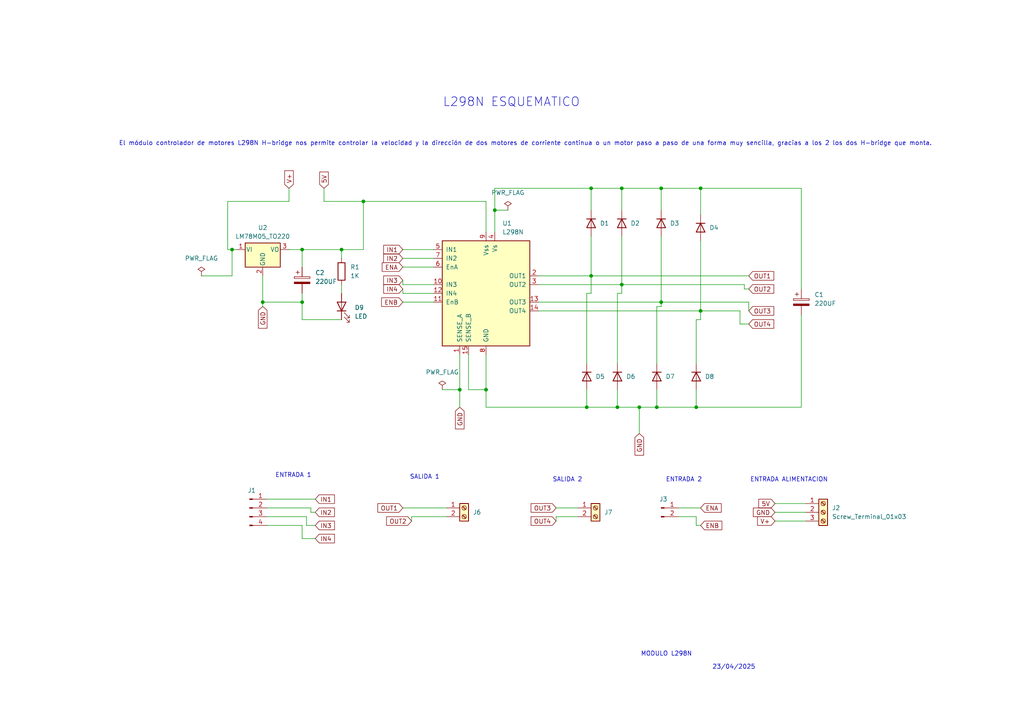
<source format=kicad_sch>
(kicad_sch (version 20231120) (generator "eeschema") (generator_version "8.0")
  (paper "A4")
  (lib_symbols
    (symbol "Connector:Conn_01x02_Pin" (pin_names (offset 1.016) hide)
      (property "Reference" "J" (at 0 2.54 0))
      (property "Value" "Conn_01x02_Pin" (at 0 -5.08 0))
      (symbol "Conn_01x02_Pin_1_1"
        (polyline (pts (xy 1.27 -2.54) (xy 0.8636 -2.54)) (stroke (width 0.1524)))
        (polyline (pts (xy 1.27 0) (xy 0.8636 0)) (stroke (width 0.1524)))
        (rectangle (start 0.8636 -2.413) (end 0 -2.667) (stroke (width 0.1524)) (fill (type outline)))
        (rectangle (start 0.8636 0.127) (end 0 -0.127) (stroke (width 0.1524)) (fill (type outline)))
        (pin passive line (at 5.08 0 180) (length 3.81) (name "Pin_1") (number "1"))
        (pin passive line (at 5.08 -2.54 180) (length 3.81) (name "Pin_2") (number "2"))
      )
    )
    (symbol "Connector:Conn_01x04_Pin" (pin_names (offset 1.016) hide)
      (property "Reference" "J" (at 0 5.08 0))
      (property "Value" "Conn_01x04_Pin" (at 0 -7.62 0))
      (symbol "Conn_01x04_Pin_1_1"
        (polyline (pts (xy 1.27 -5.08) (xy 0.8636 -5.08)) (stroke (width 0.1524)))
        (polyline (pts (xy 1.27 -2.54) (xy 0.8636 -2.54)) (stroke (width 0.1524)))
        (polyline (pts (xy 1.27 0) (xy 0.8636 0)) (stroke (width 0.1524)))
        (polyline (pts (xy 1.27 2.54) (xy 0.8636 2.54)) (stroke (width 0.1524)))
        (rectangle (start 0.8636 -4.953) (end 0 -5.207) (stroke (width 0.1524)) (fill (type outline)))
        (rectangle (start 0.8636 -2.413) (end 0 -2.667) (stroke (width 0.1524)) (fill (type outline)))
        (rectangle (start 0.8636 0.127) (end 0 -0.127) (stroke (width 0.1524)) (fill (type outline)))
        (rectangle (start 0.8636 2.667) (end 0 2.413) (stroke (width 0.1524)) (fill (type outline)))
        (pin passive line (at 5.08 2.54 180) (length 3.81) (name "Pin_1") (number "1"))
        (pin passive line (at 5.08 0 180) (length 3.81) (name "Pin_2") (number "2"))
        (pin passive line (at 5.08 -2.54 180) (length 3.81) (name "Pin_3") (number "3"))
        (pin passive line (at 5.08 -5.08 180) (length 3.81) (name "Pin_4") (number "4"))
      )
    )
    (symbol "Connector:Screw_Terminal_01x02" (pin_names (offset 1.016) hide)
      (property "Reference" "J" (at 0 2.54 0))
      (property "Value" "Screw_Terminal_01x02" (at 0 -5.08 0))
      (symbol "Screw_Terminal_01x02_1_1"
        (rectangle (start -1.27 1.27) (end 1.27 -3.81) (stroke (width 0.254)) (fill (type background)))
        (circle (center 0 -2.54) (radius 0.635) (stroke (width 0.1524)))
        (polyline (pts (xy -0.5334 -2.2098) (xy 0.3302 -3.048)) (stroke (width 0.1524)))
        (polyline (pts (xy -0.5334 0.3302) (xy 0.3302 -0.508)) (stroke (width 0.1524)))
        (polyline (pts (xy -0.3556 -2.032) (xy 0.508 -2.8702)) (stroke (width 0.1524)))
        (polyline (pts (xy -0.3556 0.508) (xy 0.508 -0.3302)) (stroke (width 0.1524)))
        (circle (center 0 0) (radius 0.635) (stroke (width 0.1524)))
        (pin passive line (at -5.08 0 0) (length 3.81) (name "Pin_1") (number "1"))
        (pin passive line (at -5.08 -2.54 0) (length 3.81) (name "Pin_2") (number "2"))
      )
    )
    (symbol "Connector:Screw_Terminal_01x03" (pin_names (offset 1.016) hide)
      (property "Reference" "J" (at 0 5.08 0))
      (property "Value" "Screw_Terminal_01x03" (at 0 -5.08 0))
      (symbol "Screw_Terminal_01x03_1_1"
        (rectangle (start -1.27 3.81) (end 1.27 -3.81) (stroke (width 0.254)) (fill (type background)))
        (circle (center 0 -2.54) (radius 0.635) (stroke (width 0.1524)))
        (polyline (pts (xy -0.5334 -2.2098) (xy 0.3302 -3.048)) (stroke (width 0.1524)))
        (polyline (pts (xy -0.5334 0.3302) (xy 0.3302 -0.508)) (stroke (width 0.1524)))
        (polyline (pts (xy -0.5334 2.8702) (xy 0.3302 2.032)) (stroke (width 0.1524)))
        (polyline (pts (xy -0.3556 -2.032) (xy 0.508 -2.8702)) (stroke (width 0.1524)))
        (polyline (pts (xy -0.3556 0.508) (xy 0.508 -0.3302)) (stroke (width 0.1524)))
        (polyline (pts (xy -0.3556 3.048) (xy 0.508 2.2098)) (stroke (width 0.1524)))
        (circle (center 0 0) (radius 0.635) (stroke (width 0.1524)))
        (circle (center 0 2.54) (radius 0.635) (stroke (width 0.1524)))
        (pin passive line (at -5.08 2.54 0) (length 3.81) (name "Pin_1") (number "1"))
        (pin passive line (at -5.08 0 0) (length 3.81) (name "Pin_2") (number "2"))
        (pin passive line (at -5.08 -2.54 0) (length 3.81) (name "Pin_3") (number "3"))
      )
    )
    (symbol "Device:C_Polarized" (pin_numbers hide) (pin_names (offset 0.254))
      (property "Reference" "C" (at 0.635 2.54 0))
      (property "Value" "C_Polarized" (at 0.635 -2.54 0))
      (symbol "C_Polarized_0_1"
        (rectangle (start -2.286 0.508) (end 2.286 1.016))
        (polyline (pts (xy -1.778 2.286) (xy -0.762 2.286)))
        (polyline (pts (xy -1.27 2.794) (xy -1.27 1.778)))
        (rectangle (start 2.286 -0.508) (end -2.286 -1.016) (fill (type outline)))
      )
      (symbol "C_Polarized_1_1"
        (pin passive line (at 0 3.81 270) (length 2.794) (name "~") (number "1"))
        (pin passive line (at 0 -3.81 90) (length 2.794) (name "~") (number "2"))
      )
    )
    (symbol "Device:LED" (pin_numbers hide) (pin_names (offset 1.016) hide)
      (property "Reference" "D" (at 0 2.54 0))
      (property "Value" "LED" (at 0 -2.54 0))
      (symbol "LED_0_1"
        (polyline (pts (xy -1.27 -1.27) (xy -1.27 1.27)) (stroke (width 0.254)))
        (polyline (pts (xy -1.27 0) (xy 1.27 0)))
        (polyline (pts (xy 1.27 -1.27) (xy 1.27 1.27) (xy -1.27 0) (xy 1.27 -1.27)) (stroke (width 0.254)))
        (polyline (pts (xy -3.048 -0.762) (xy -4.572 -2.286) (xy -3.81 -2.286) (xy -4.572 -2.286) (xy -4.572 -1.524)))
        (polyline (pts (xy -1.778 -0.762) (xy -3.302 -2.286) (xy -2.54 -2.286) (xy -3.302 -2.286) (xy -3.302 -1.524)))
      )
      (symbol "LED_1_1"
        (pin passive line (at -3.81 0 0) (length 2.54) (name "K") (number "1"))
        (pin passive line (at 3.81 0 180) (length 2.54) (name "A") (number "2"))
      )
    )
    (symbol "Device:R" (pin_numbers hide) (pin_names (offset 0))
      (property "Reference" "R" (at 2.032 0 90))
      (property "Value" "R" (at 0 0 90))
      (symbol "R_0_1"
        (rectangle (start -1.016 -2.54) (end 1.016 2.54) (stroke (width 0.254)))
      )
      (symbol "R_1_1"
        (pin passive line (at 0 3.81 270) (length 1.27) (name "~") (number "1"))
        (pin passive line (at 0 -3.81 90) (length 1.27) (name "~") (number "2"))
      )
    )
    (symbol "Diode:1N4007" (pin_numbers hide) (pin_names hide)
      (property "Reference" "D" (at 0 2.54 0))
      (property "Value" "1N4007" (at 0 -2.54 0))
      (symbol "1N4007_0_1"
        (polyline (pts (xy -1.27 1.27) (xy -1.27 -1.27)) (stroke (width 0.254)))
        (polyline (pts (xy 1.27 0) (xy -1.27 0)))
        (polyline (pts (xy 1.27 1.27) (xy 1.27 -1.27) (xy -1.27 0) (xy 1.27 1.27)) (stroke (width 0.254)))
      )
      (symbol "1N4007_1_1"
        (pin passive line (at -3.81 0 0) (length 2.54) (name "K") (number "1"))
        (pin passive line (at 3.81 0 180) (length 2.54) (name "A") (number "2"))
      )
    )
    (symbol "Driver_Motor:L298N" (pin_names (offset 1.016))
      (property "Reference" "U" (at -10.16 16.51 0))
      (property "Value" "L298N" (at 12.7 16.51 0))
      (symbol "L298N_0_1"
        (rectangle (start -12.7 15.24) (end 12.7 -15.24) (stroke (width 0.254)) (fill (type background)))
      )
      (symbol "L298N_1_1"
        (pin power_in line (at -7.62 -17.78 90) (length 2.54) (name "SENSE_A") (number "1"))
        (pin input line (at -15.24 2.54 0) (length 2.54) (name "IN3") (number "10"))
        (pin input line (at -15.24 -2.54 0) (length 2.54) (name "EnB") (number "11"))
        (pin input line (at -15.24 0 0) (length 2.54) (name "IN4") (number "12"))
        (pin output line (at 15.24 -2.54 180) (length 2.54) (name "OUT3") (number "13"))
        (pin output line (at 15.24 -5.08 180) (length 2.54) (name "OUT4") (number "14"))
        (pin power_in line (at -5.08 -17.78 90) (length 2.54) (name "SENSE_B") (number "15"))
        (pin output line (at 15.24 5.08 180) (length 2.54) (name "OUT1") (number "2"))
        (pin output line (at 15.24 2.54 180) (length 2.54) (name "OUT2") (number "3"))
        (pin power_in line (at 2.54 17.78 270) (length 2.54) (name "Vs") (number "4"))
        (pin input line (at -15.24 12.7 0) (length 2.54) (name "IN1") (number "5"))
        (pin input line (at -15.24 7.62 0) (length 2.54) (name "EnA") (number "6"))
        (pin input line (at -15.24 10.16 0) (length 2.54) (name "IN2") (number "7"))
        (pin power_in line (at 0 -17.78 90) (length 2.54) (name "GND") (number "8"))
        (pin power_in line (at 0 17.78 270) (length 2.54) (name "Vss") (number "9"))
      )
    )
    (symbol "Regulator_Linear:LM78M05_TO220" (pin_names (offset 0.254))
      (property "Reference" "U" (at -3.81 3.175 0))
      (property "Value" "LM78M05_TO220" (at 0 3.175 0))
      (symbol "LM78M05_TO220_0_1"
        (rectangle (start -5.08 1.905) (end 5.08 -5.08) (stroke (width 0.254)) (fill (type background)))
      )
      (symbol "LM78M05_TO220_1_1"
        (pin power_in line (at -7.62 0 0) (length 2.54) (name "VI") (number "1"))
        (pin power_in line (at 0 -7.62 90) (length 2.54) (name "GND") (number "2"))
        (pin power_out line (at 7.62 0 180) (length 2.54) (name "VO") (number "3"))
      )
    )
    (symbol "power:PWR_FLAG" (power) (pin_numbers hide) (pin_names (offset 0) hide)
      (property "Value" "PWR_FLAG" (at 0 3.81 0))
      (symbol "PWR_FLAG_0_0"
        (pin power_out line (at 0 0 90) (length 0) (name "~") (number "1"))
      )
      (symbol "PWR_FLAG_0_1"
        (polyline (pts (xy 0 0) (xy 0 1.27) (xy -1.016 1.905) (xy 0 2.54) (xy 1.016 1.905) (xy 0 1.27)))
      )
    )
  )
  (junction (at 133.35 113.03))
  (junction (at 185.42 118.11))
  (junction (at 191.77 54.61))
  (junction (at 140.97 113.03))
  (junction (at 203.2 54.61))
  (junction (at 179.07 118.11))
  (junction (at 171.45 54.61))
  (junction (at 190.5 118.11))
  (junction (at 105.41 58.42))
  (junction (at 201.93 118.11))
  (junction (at 180.34 54.61))
  (junction (at 99.06 72.39))
  (junction (at 180.34 82.55))
  (junction (at 76.2 87.63))
  (junction (at 203.2 90.17))
  (junction (at 143.51 60.96))
  (junction (at 170.18 118.11))
  (junction (at 87.63 87.63))
  (junction (at 87.63 72.39))
  (junction (at 191.77 87.63))
  (junction (at 171.45 80.01))
  (junction (at 67.31 72.39))
  (wire (pts (xy 232.41 83.82) (xy 232.41 54.61)))
  (wire (pts (xy 105.41 72.39) (xy 105.41 58.42)))
  (wire (pts (xy 180.34 68.58) (xy 180.34 82.55)))
  (wire (pts (xy 191.77 87.63) (xy 217.17 87.63)))
  (wire (pts (xy 201.93 105.41) (xy 201.93 92.71)))
  (wire (pts (xy 125.73 82.55) (xy 116.84 82.55)))
  (wire (pts (xy 201.93 152.4) (xy 203.2 152.4)))
  (wire (pts (xy 140.97 67.31) (xy 140.97 58.42)))
  (wire (pts (xy 201.93 118.11) (xy 201.93 113.03)))
  (wire (pts (xy 140.97 113.03) (xy 135.89 113.03)))
  (wire (pts (xy 224.79 148.59) (xy 233.68 148.59)))
  (wire (pts (xy 190.5 113.03) (xy 190.5 118.11)))
  (wire (pts (xy 215.9 83.82) (xy 217.17 83.82)))
  (wire (pts (xy 88.9 149.86) (xy 88.9 152.4)))
  (wire (pts (xy 191.77 54.61) (xy 191.77 60.96)))
  (wire (pts (xy 76.2 80.01) (xy 76.2 87.63)))
  (wire (pts (xy 156.21 90.17) (xy 203.2 90.17)))
  (wire (pts (xy 116.84 72.39) (xy 125.73 72.39)))
  (wire (pts (xy 190.5 105.41) (xy 190.5 88.9)))
  (wire (pts (xy 58.42 80.01) (xy 67.31 80.01)))
  (wire (pts (xy 87.63 152.4) (xy 87.63 156.21)))
  (wire (pts (xy 119.38 149.86) (xy 119.38 151.13)))
  (wire (pts (xy 66.04 72.39) (xy 67.31 72.39)))
  (wire (pts (xy 171.45 54.61) (xy 171.45 60.96)))
  (wire (pts (xy 170.18 85.09) (xy 171.45 85.09)))
  (wire (pts (xy 232.41 118.11) (xy 201.93 118.11)))
  (wire (pts (xy 185.42 118.11) (xy 185.42 125.73)))
  (wire (pts (xy 140.97 118.11) (xy 140.97 113.03)))
  (wire (pts (xy 179.07 118.11) (xy 185.42 118.11)))
  (wire (pts (xy 87.63 92.71) (xy 87.63 87.63)))
  (wire (pts (xy 66.04 58.42) (xy 66.04 72.39)))
  (wire (pts (xy 201.93 92.71) (xy 203.2 92.71)))
  (wire (pts (xy 170.18 105.41) (xy 170.18 85.09)))
  (wire (pts (xy 105.41 58.42) (xy 93.98 58.42)))
  (wire (pts (xy 224.79 146.05) (xy 233.68 146.05)))
  (wire (pts (xy 87.63 72.39) (xy 87.63 77.47)))
  (wire (pts (xy 232.41 54.61) (xy 203.2 54.61)))
  (wire (pts (xy 90.17 148.59) (xy 91.44 148.59)))
  (wire (pts (xy 201.93 149.86) (xy 201.93 152.4)))
  (wire (pts (xy 99.06 92.71) (xy 87.63 92.71)))
  (wire (pts (xy 88.9 152.4) (xy 91.44 152.4)))
  (wire (pts (xy 76.2 87.63) (xy 76.2 88.9)))
  (wire (pts (xy 203.2 54.61) (xy 203.2 62.23)))
  (wire (pts (xy 143.51 54.61) (xy 171.45 54.61)))
  (wire (pts (xy 179.07 85.09) (xy 180.34 85.09)))
  (wire (pts (xy 143.51 54.61) (xy 143.51 60.96)))
  (wire (pts (xy 99.06 72.39) (xy 99.06 74.93)))
  (wire (pts (xy 77.47 144.78) (xy 91.44 144.78)))
  (wire (pts (xy 203.2 92.71) (xy 203.2 90.17)))
  (wire (pts (xy 156.21 82.55) (xy 180.34 82.55)))
  (wire (pts (xy 66.04 58.42) (xy 83.82 58.42)))
  (wire (pts (xy 171.45 54.61) (xy 180.34 54.61)))
  (wire (pts (xy 171.45 80.01) (xy 217.17 80.01)))
  (wire (pts (xy 116.84 85.09) (xy 116.84 83.82)))
  (wire (pts (xy 156.21 87.63) (xy 191.77 87.63)))
  (wire (pts (xy 147.32 60.96) (xy 143.51 60.96)))
  (wire (pts (xy 116.84 77.47) (xy 125.73 77.47)))
  (wire (pts (xy 180.34 54.61) (xy 180.34 60.96)))
  (wire (pts (xy 215.9 82.55) (xy 215.9 83.82)))
  (wire (pts (xy 83.82 72.39) (xy 87.63 72.39)))
  (wire (pts (xy 180.34 85.09) (xy 180.34 82.55)))
  (wire (pts (xy 170.18 118.11) (xy 179.07 118.11)))
  (wire (pts (xy 87.63 85.09) (xy 87.63 87.63)))
  (wire (pts (xy 179.07 113.03) (xy 179.07 118.11)))
  (wire (pts (xy 133.35 113.03) (xy 133.35 118.11)))
  (wire (pts (xy 99.06 72.39) (xy 105.41 72.39)))
  (wire (pts (xy 217.17 87.63) (xy 217.17 90.17)))
  (wire (pts (xy 83.82 58.42) (xy 83.82 54.61)))
  (wire (pts (xy 196.85 147.32) (xy 203.2 147.32)))
  (wire (pts (xy 140.97 58.42) (xy 105.41 58.42)))
  (wire (pts (xy 196.85 149.86) (xy 201.93 149.86)))
  (wire (pts (xy 99.06 82.55) (xy 99.06 85.09)))
  (wire (pts (xy 171.45 68.58) (xy 171.45 80.01)))
  (wire (pts (xy 170.18 113.03) (xy 170.18 118.11)))
  (wire (pts (xy 93.98 54.61) (xy 93.98 58.42)))
  (wire (pts (xy 116.84 82.55) (xy 116.84 81.28)))
  (wire (pts (xy 116.84 74.93) (xy 125.73 74.93)))
  (wire (pts (xy 125.73 85.09) (xy 116.84 85.09)))
  (wire (pts (xy 87.63 72.39) (xy 99.06 72.39)))
  (wire (pts (xy 161.29 147.32) (xy 167.64 147.32)))
  (wire (pts (xy 77.47 152.4) (xy 87.63 152.4)))
  (wire (pts (xy 135.89 102.87) (xy 135.89 113.03)))
  (wire (pts (xy 180.34 82.55) (xy 215.9 82.55)))
  (wire (pts (xy 171.45 85.09) (xy 171.45 80.01)))
  (wire (pts (xy 232.41 91.44) (xy 232.41 118.11)))
  (wire (pts (xy 77.47 149.86) (xy 88.9 149.86)))
  (wire (pts (xy 203.2 90.17) (xy 214.63 90.17)))
  (wire (pts (xy 133.35 102.87) (xy 133.35 113.03)))
  (wire (pts (xy 185.42 118.11) (xy 190.5 118.11)))
  (wire (pts (xy 87.63 87.63) (xy 76.2 87.63)))
  (wire (pts (xy 161.29 149.86) (xy 161.29 151.13)))
  (wire (pts (xy 140.97 102.87) (xy 140.97 113.03)))
  (wire (pts (xy 214.63 90.17) (xy 214.63 93.98)))
  (wire (pts (xy 129.54 149.86) (xy 119.38 149.86)))
  (wire (pts (xy 180.34 54.61) (xy 191.77 54.61)))
  (wire (pts (xy 77.47 147.32) (xy 90.17 147.32)))
  (wire (pts (xy 170.18 118.11) (xy 140.97 118.11)))
  (wire (pts (xy 190.5 88.9) (xy 191.77 88.9)))
  (wire (pts (xy 90.17 147.32) (xy 90.17 148.59)))
  (wire (pts (xy 190.5 118.11) (xy 201.93 118.11)))
  (wire (pts (xy 191.77 54.61) (xy 203.2 54.61)))
  (wire (pts (xy 191.77 68.58) (xy 191.77 87.63)))
  (wire (pts (xy 87.63 156.21) (xy 91.44 156.21)))
  (wire (pts (xy 67.31 72.39) (xy 68.58 72.39)))
  (wire (pts (xy 224.79 151.13) (xy 233.68 151.13)))
  (wire (pts (xy 116.84 147.32) (xy 129.54 147.32)))
  (wire (pts (xy 156.21 80.01) (xy 171.45 80.01)))
  (wire (pts (xy 179.07 105.41) (xy 179.07 85.09)))
  (wire (pts (xy 203.2 69.85) (xy 203.2 90.17)))
  (wire (pts (xy 116.84 87.63) (xy 125.73 87.63)))
  (wire (pts (xy 128.27 113.03) (xy 133.35 113.03)))
  (wire (pts (xy 67.31 80.01) (xy 67.31 72.39)))
  (wire (pts (xy 167.64 149.86) (xy 161.29 149.86)))
  (wire (pts (xy 191.77 88.9) (xy 191.77 87.63)))
  (wire (pts (xy 143.51 60.96) (xy 143.51 67.31)))
  (wire (pts (xy 214.63 93.98) (xy 217.17 93.98)))
  (text "L298N ESQUEMATICO\n" (at 148.336 29.718 0) (effects (font (size 2.54 2.54))))
  (text "23/04/2025\n" (at 212.852 193.548 0) (effects (font (size 1.27 1.27))))
  (text "MODULO L298N\n" (at 193.294 189.738 0) (effects (font (size 1.27 1.27))))
  (text "El módulo controlador de motores L298N H-bridge nos permite controlar la velocidad y la dirección de dos motores de corriente continua o un motor paso a paso de una forma muy sencilla, gracias a los 2 los dos H-bridge que monta." (at 152.4 41.656 0) (effects (font (size 1.27 1.27))))
  (text "SALIDA 1\n" (at 123.19 138.43 0) (effects (font (size 1.27 1.27))))
  (text "ENTRADA ALIMENTACION\n" (at 228.854 139.192 0) (effects (font (size 1.27 1.27))))
  (text "ENTRADA 1\n" (at 85.09 137.922 0) (effects (font (size 1.27 1.27))))
  (text "SALIDA 2\n" (at 164.592 139.192 0) (effects (font (size 1.27 1.27))))
  (text "ENTRADA 2\n" (at 198.374 139.192 0) (effects (font (size 1.27 1.27))))
  (global_label "IN3" (shape input) (at 91.44 152.4 0) (property "Intersheetrefs" "${INTERSHEET_REFS}" (effects (hide yes))))
  (global_label "GND" (shape input) (at 185.42 125.73 270) (property "Intersheetrefs" "${INTERSHEET_REFS}" (effects (hide yes))))
  (global_label "GND" (shape input) (at 76.2 88.9 270) (property "Intersheetrefs" "${INTERSHEET_REFS}" (effects (hide yes))))
  (global_label "GND" (shape input) (at 133.35 118.11 270) (property "Intersheetrefs" "${INTERSHEET_REFS}" (effects (hide yes))))
  (global_label "OUT4" (shape input) (at 217.17 93.98 0) (property "Intersheetrefs" "${INTERSHEET_REFS}" (effects (hide yes))))
  (global_label "ENB" (shape input) (at 116.84 87.63 180) (property "Intersheetrefs" "${INTERSHEET_REFS}" (effects (hide yes))))
  (global_label "IN3" (shape input) (at 116.84 81.28 180) (property "Intersheetrefs" "${INTERSHEET_REFS}" (effects (hide yes))))
  (global_label "IN4" (shape input) (at 91.44 156.21 0) (property "Intersheetrefs" "${INTERSHEET_REFS}" (effects (hide yes))))
  (global_label "IN2" (shape input) (at 116.84 74.93 180) (property "Intersheetrefs" "${INTERSHEET_REFS}" (effects (hide yes))))
  (global_label "OUT2" (shape input) (at 119.38 151.13 180) (property "Intersheetrefs" "${INTERSHEET_REFS}" (effects (hide yes))))
  (global_label "ENB" (shape input) (at 203.2 152.4 0) (property "Intersheetrefs" "${INTERSHEET_REFS}" (effects (hide yes))))
  (global_label "ENA" (shape input) (at 203.2 147.32 0) (property "Intersheetrefs" "${INTERSHEET_REFS}" (effects (hide yes))))
  (global_label "OUT1" (shape input) (at 217.17 80.01 0) (property "Intersheetrefs" "${INTERSHEET_REFS}" (effects (hide yes))))
  (global_label "GND" (shape input) (at 224.79 148.59 180) (property "Intersheetrefs" "${INTERSHEET_REFS}" (effects (hide yes))))
  (global_label "OUT2" (shape input) (at 217.17 83.82 0) (property "Intersheetrefs" "${INTERSHEET_REFS}" (effects (hide yes))))
  (global_label "OUT4" (shape input) (at 161.29 151.13 180) (property "Intersheetrefs" "${INTERSHEET_REFS}" (effects (hide yes))))
  (global_label "IN2" (shape input) (at 91.44 148.59 0) (property "Intersheetrefs" "${INTERSHEET_REFS}" (effects (hide yes))))
  (global_label "5V" (shape input) (at 93.98 54.61 90) (property "Intersheetrefs" "${INTERSHEET_REFS}" (effects (hide yes))))
  (global_label "5V" (shape input) (at 224.79 146.05 180) (property "Intersheetrefs" "${INTERSHEET_REFS}" (effects (hide yes))))
  (global_label "V+" (shape input) (at 224.79 151.13 180) (property "Intersheetrefs" "${INTERSHEET_REFS}" (effects (hide yes))))
  (global_label "IN4" (shape input) (at 116.84 83.82 180) (property "Intersheetrefs" "${INTERSHEET_REFS}" (effects (hide yes))))
  (global_label "OUT3" (shape input) (at 161.29 147.32 180) (property "Intersheetrefs" "${INTERSHEET_REFS}" (effects (hide yes))))
  (global_label "V+" (shape input) (at 83.82 54.61 90) (property "Intersheetrefs" "${INTERSHEET_REFS}" (effects (hide yes))))
  (global_label "OUT3" (shape input) (at 217.17 90.17 0) (property "Intersheetrefs" "${INTERSHEET_REFS}" (effects (hide yes))))
  (global_label "IN1" (shape input) (at 91.44 144.78 0) (property "Intersheetrefs" "${INTERSHEET_REFS}" (effects (hide yes))))
  (global_label "ENA" (shape input) (at 116.84 77.47 180) (property "Intersheetrefs" "${INTERSHEET_REFS}" (effects (hide yes))))
  (global_label "OUT1" (shape input) (at 116.84 147.32 180) (property "Intersheetrefs" "${INTERSHEET_REFS}" (effects (hide yes))))
  (global_label "IN1" (shape input) (at 116.84 72.39 180) (property "Intersheetrefs" "${INTERSHEET_REFS}" (effects (hide yes))))
  (symbol (lib_id "Connector:Screw_Terminal_01x03") (at 238.76 148.59 0) (unit 1)
    (property "Reference" "J2" (at 241.3 147.3199 0) (effects (justify left)))
    (property "Value" "Screw_Terminal_01x03" (at 241.3 149.8599 0) (effects (justify left)))
    (property "Footprint" "TerminalBlock:TerminalBlock_bornier-3_P5.08mm" (effects (hide yes)))
    (property "Description" "Generic screw terminal, single row, 01x03, script generated (kicad-library-utils/schlib/autogen/connector/)" (effects (hide yes)))
  )
  (symbol (lib_id "power:PWR_FLAG") (at 147.32 60.96 0) (unit 1)
    (property "Reference" "#FLG03" (effects (hide yes)))
    (property "Value" "PWR_FLAG" (at 147.32 55.88 0))
    (property "Description" "Special symbol for telling ERC where power comes from" (effects (hide yes)))
  )
  (symbol (lib_id "Diode:1N4007") (at 203.2 66.04 270) (unit 1)
    (property "Reference" "D4" (at 205.74 66.0399 90) (effects (justify left)))
    (property "Value" "1N4007" (effects (hide yes)))
    (property "Footprint" "Diode_THT:D_DO-41_SOD81_P10.16mm_Horizontal" (effects (hide yes)))
    (property "Datasheet" "http://www.vishay.com/docs/88503/1n4001.pdf" (effects (hide yes)))
    (property "Description" "1000V 1A General Purpose Rectifier Diode, DO-41" (effects (hide yes)))
    (property "Sim.Device" "D" (effects (hide yes)))
    (property "Sim.Pins" "1=K 2=A" (effects (hide yes)))
  )
  (symbol (lib_id "Connector:Screw_Terminal_01x02") (at 134.62 147.32 0) (unit 1)
    (property "Reference" "J6" (at 137.16 148.5899 0) (effects (justify left)))
    (property "Value" "SALIDA 1" (effects (hide yes)))
    (property "Footprint" "TerminalBlock:TerminalBlock_bornier-2_P5.08mm" (effects (hide yes)))
    (property "Description" "Generic screw terminal, single row, 01x02, script generated (kicad-library-utils/schlib/autogen/connector/)" (effects (hide yes)))
  )
  (symbol (lib_id "power:PWR_FLAG") (at 128.27 113.03 0) (unit 1)
    (property "Reference" "#FLG01" (effects (hide yes)))
    (property "Value" "PWR_FLAG" (at 128.27 107.95 0))
    (property "Description" "Special symbol for telling ERC where power comes from" (effects (hide yes)))
  )
  (symbol (lib_id "Diode:1N4007") (at 170.18 109.22 270) (unit 1)
    (property "Reference" "D5" (at 172.72 109.2199 90) (effects (justify left)))
    (property "Value" "1N4007" (effects (hide yes)))
    (property "Footprint" "Diode_THT:D_DO-41_SOD81_P10.16mm_Horizontal" (effects (hide yes)))
    (property "Datasheet" "http://www.vishay.com/docs/88503/1n4001.pdf" (effects (hide yes)))
    (property "Description" "1000V 1A General Purpose Rectifier Diode, DO-41" (effects (hide yes)))
    (property "Sim.Device" "D" (effects (hide yes)))
    (property "Sim.Pins" "1=K 2=A" (effects (hide yes)))
  )
  (symbol (lib_id "Connector:Conn_01x02_Pin") (at 191.77 147.32 0) (unit 1)
    (property "Reference" "J3" (at 192.405 144.78 0))
    (property "Value" "Conn_01x02_Pin" (effects (hide yes)))
    (property "Footprint" "Connector_PinHeader_2.54mm:PinHeader_1x02_P2.54mm_Vertical" (effects (hide yes)))
    (property "Description" "Generic connector, single row, 01x02, script generated" (effects (hide yes)))
  )
  (symbol (lib_id "Diode:1N4007") (at 179.07 109.22 270) (unit 1)
    (property "Reference" "D6" (at 181.61 109.2199 90) (effects (justify left)))
    (property "Value" "1N4007" (effects (hide yes)))
    (property "Footprint" "Diode_THT:D_DO-41_SOD81_P10.16mm_Horizontal" (effects (hide yes)))
    (property "Datasheet" "http://www.vishay.com/docs/88503/1n4001.pdf" (effects (hide yes)))
    (property "Description" "1000V 1A General Purpose Rectifier Diode, DO-41" (effects (hide yes)))
    (property "Sim.Device" "D" (effects (hide yes)))
    (property "Sim.Pins" "1=K 2=A" (effects (hide yes)))
  )
  (symbol (lib_id "Connector:Screw_Terminal_01x02") (at 172.72 147.32 0) (unit 1)
    (property "Reference" "J7" (at 175.26 148.5899 0) (effects (justify left)))
    (property "Value" "SALIDA 2" (effects (hide yes)))
    (property "Footprint" "TerminalBlock:TerminalBlock_bornier-2_P5.08mm" (effects (hide yes)))
    (property "Description" "Generic screw terminal, single row, 01x02, script generated (kicad-library-utils/schlib/autogen/connector/)" (effects (hide yes)))
  )
  (symbol (lib_id "power:PWR_FLAG") (at 58.42 80.01 0) (unit 1)
    (property "Reference" "#FLG02" (effects (hide yes)))
    (property "Value" "PWR_FLAG" (at 58.42 74.93 0))
    (property "Description" "Special symbol for telling ERC where power comes from" (effects (hide yes)))
  )
  (symbol (lib_id "Diode:1N4007") (at 190.5 109.22 270) (unit 1)
    (property "Reference" "D7" (at 193.04 109.2199 90) (effects (justify left)))
    (property "Value" "1N4007" (effects (hide yes)))
    (property "Footprint" "Diode_THT:D_DO-41_SOD81_P10.16mm_Horizontal" (effects (hide yes)))
    (property "Datasheet" "http://www.vishay.com/docs/88503/1n4001.pdf" (effects (hide yes)))
    (property "Description" "1000V 1A General Purpose Rectifier Diode, DO-41" (effects (hide yes)))
    (property "Sim.Device" "D" (effects (hide yes)))
    (property "Sim.Pins" "1=K 2=A" (effects (hide yes)))
  )
  (symbol (lib_id "Device:R") (at 99.06 78.74 0) (unit 1)
    (property "Reference" "R1" (at 101.6 77.4699 0) (effects (justify left)))
    (property "Value" "1K" (at 101.6 80.0099 0) (effects (justify left)))
    (property "Footprint" "Resistor_THT:R_Axial_DIN0204_L3.6mm_D1.6mm_P5.08mm_Horizontal" (effects (hide yes)))
    (property "Description" "Resistor" (effects (hide yes)))
  )
  (symbol (lib_id "Device:LED") (at 99.06 88.9 90) (unit 1)
    (property "Reference" "D9" (at 102.87 89.2174 90) (effects (justify right)))
    (property "Value" "LED" (at 102.87 91.7574 90) (effects (justify right)))
    (property "Footprint" "LED_SMD:LED_0201_0603Metric" (effects (hide yes)))
    (property "Description" "Light emitting diode" (effects (hide yes)))
  )
  (symbol (lib_id "Connector:Conn_01x04_Pin") (at 72.39 147.32 0) (unit 1)
    (property "Reference" "J1" (at 73.025 142.24 0))
    (property "Value" "Conn_01x04_Pin" (effects (hide yes)))
    (property "Footprint" "Connector_PinHeader_2.54mm:PinHeader_1x04_P2.54mm_Vertical" (effects (hide yes)))
    (property "Description" "Generic connector, single row, 01x04, script generated" (effects (hide yes)))
  )
  (symbol (lib_id "Diode:1N4007") (at 171.45 64.77 270) (unit 1)
    (property "Reference" "D1" (at 173.99 64.7699 90) (effects (justify left)))
    (property "Value" "1N4007" (effects (hide yes)))
    (property "Footprint" "Diode_THT:D_DO-41_SOD81_P10.16mm_Horizontal" (effects (hide yes)))
    (property "Datasheet" "http://www.vishay.com/docs/88503/1n4001.pdf" (effects (hide yes)))
    (property "Description" "1000V 1A General Purpose Rectifier Diode, DO-41" (effects (hide yes)))
    (property "Sim.Device" "D" (effects (hide yes)))
    (property "Sim.Pins" "1=K 2=A" (effects (hide yes)))
  )
  (symbol (lib_id "Device:C_Polarized") (at 232.41 87.63 0) (unit 1)
    (property "Reference" "C1" (at 236.22 85.4709 0) (effects (justify left)))
    (property "Value" "220UF" (at 236.22 88.0109 0) (effects (justify left)))
    (property "Footprint" "Capacitor_THT:CP_Radial_D8.0mm_P3.80mm" (effects (hide yes)))
    (property "Description" "Polarized capacitor" (effects (hide yes)))
  )
  (symbol (lib_id "Driver_Motor:L298N") (at 140.97 85.09 0) (unit 1)
    (property "Reference" "U1" (at 145.7041 64.77 0) (effects (justify left)))
    (property "Value" "L298N" (at 145.7041 67.31 0) (effects (justify left)))
    (property "Footprint" "Package_TO_SOT_THT:TO-220-15_P2.54x2.54mm_StaggerOdd_Lead4.58mm_Vertical" (effects (hide yes)))
    (property "Datasheet" "http://www.st.com/st-web-ui/static/active/en/resource/technical/document/datasheet/CD00000240.pdf" (effects (hide yes)))
    (property "Description" "Dual full bridge motor driver, up to 46V, 4A, Multiwatt15-V" (effects (hide yes)))
  )
  (symbol (lib_id "Regulator_Linear:LM78M05_TO220") (at 76.2 72.39 0) (unit 1)
    (property "Reference" "U2" (at 76.2 66.04 0))
    (property "Value" "LM78M05_TO220" (at 76.2 68.58 0))
    (property "Footprint" "Package_TO_SOT_THT:TO-220-3_Vertical" (effects (hide yes)))
    (property "Datasheet" "https://www.onsemi.com/pub/Collateral/MC78M00-D.PDF" (effects (hide yes)))
    (property "Description" "Positive 500mA 35V Linear Regulator, Fixed Output 5V, TO-220" (effects (hide yes)))
  )
  (symbol (lib_id "Diode:1N4007") (at 180.34 64.77 270) (unit 1)
    (property "Reference" "D2" (at 182.88 64.7699 90) (effects (justify left)))
    (property "Value" "1N4007" (effects (hide yes)))
    (property "Footprint" "Diode_THT:D_DO-41_SOD81_P10.16mm_Horizontal" (effects (hide yes)))
    (property "Datasheet" "http://www.vishay.com/docs/88503/1n4001.pdf" (effects (hide yes)))
    (property "Description" "1000V 1A General Purpose Rectifier Diode, DO-41" (effects (hide yes)))
    (property "Sim.Device" "D" (effects (hide yes)))
    (property "Sim.Pins" "1=K 2=A" (effects (hide yes)))
  )
  (symbol (lib_id "Device:C_Polarized") (at 87.63 81.28 0) (unit 1)
    (property "Reference" "C2" (at 91.44 79.1209 0) (effects (justify left)))
    (property "Value" "220UF" (at 91.44 81.6609 0) (effects (justify left)))
    (property "Footprint" "Capacitor_THT:CP_Radial_D8.0mm_P3.80mm" (effects (hide yes)))
    (property "Description" "Polarized capacitor" (effects (hide yes)))
  )
  (symbol (lib_id "Diode:1N4007") (at 201.93 109.22 270) (unit 1)
    (property "Reference" "D8" (at 204.47 109.2199 90) (effects (justify left)))
    (property "Value" "1N4007" (effects (hide yes)))
    (property "Footprint" "Diode_THT:D_DO-41_SOD81_P10.16mm_Horizontal" (effects (hide yes)))
    (property "Datasheet" "http://www.vishay.com/docs/88503/1n4001.pdf" (effects (hide yes)))
    (property "Description" "1000V 1A General Purpose Rectifier Diode, DO-41" (effects (hide yes)))
    (property "Sim.Device" "D" (effects (hide yes)))
    (property "Sim.Pins" "1=K 2=A" (effects (hide yes)))
  )
  (symbol (lib_id "Diode:1N4007") (at 191.77 64.77 270) (unit 1)
    (property "Reference" "D3" (at 194.31 64.7699 90) (effects (justify left)))
    (property "Value" "1N4007" (effects (hide yes)))
    (property "Footprint" "Diode_THT:D_DO-41_SOD81_P10.16mm_Horizontal" (effects (hide yes)))
    (property "Datasheet" "http://www.vishay.com/docs/88503/1n4001.pdf" (effects (hide yes)))
    (property "Description" "1000V 1A General Purpose Rectifier Diode, DO-41" (effects (hide yes)))
    (property "Sim.Device" "D" (effects (hide yes)))
    (property "Sim.Pins" "1=K 2=A" (effects (hide yes)))
  )
)
</source>
